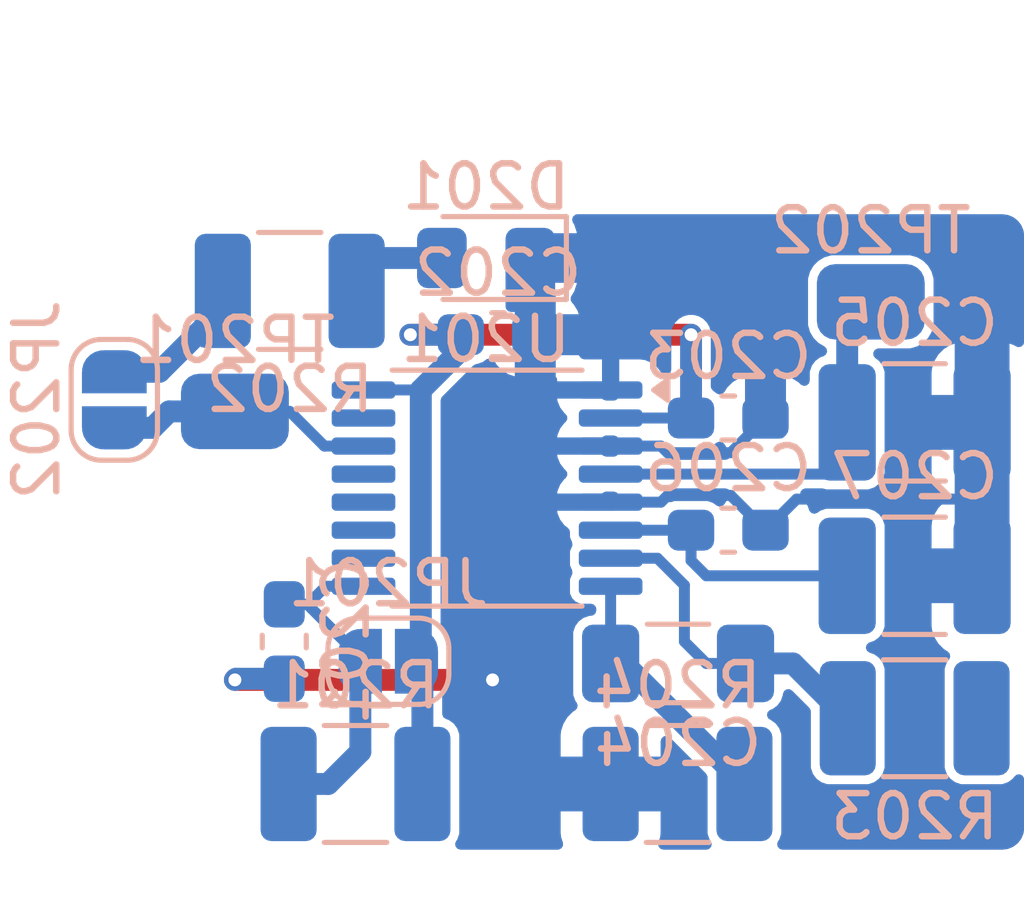
<source format=kicad_pcb>
(kicad_pcb (version 20240108) (generator "pcbnew") (generator_version "8.0")
  (layers (0 "F.Cu" mixed) (31 "B.Cu" mixed) (34 "B.Paste" user) (35 "F.Paste" user) (36 "B.SilkS" user "B.Silkscreen") (37 "F.SilkS" user "F.Silkscreen") (38 "B.Mask" user) (39 "F.Mask" user) (44 "Edge.Cuts" user))
  (net 0 "")
  (net 1 "GND")
  (net 2 "+5VA_adc")
  (net 3 "/AIN_P")
  (net 4 "/SDI")
  (net 5 "/CONVST{slash}~{CS}")
  (net 6 "/SCKL")
  (net 7 "/SDO-0")
  (net 8 "/~{RST}")
  (net 9 "/AIN_GND")
  (net 10 "/REFIO")
  (net 11 "/REFCAP")
  (net 12 "/GPO_LED")
  (net 13 "/GPO_JMP")
  (net 14 "/GPO")
  (net 15 "/AIN_P_int")
  (footprint "pss:C_1206_3216Metric_Pad1.33x1.80mm_HandSolder" (layer "B.Cu") (at 79.609 61.468)
    (property "Reference" "C204" (at 0 1.85 0) (layer "B.SilkS") (effects (justify mirror)))
    (property "Value" "47n")
    (fp_line (start 0.711252 -0.91) (end -0.711252 -0.91) (stroke (width 0.12)) (layer "B.SilkS"))
    (fp_line (start 0.711252 0.91) (end -0.711252 0.91) (stroke (width 0.12)) (layer "B.SilkS"))
    (pad "1" smd roundrect (at -1.5625 0) (size 1.325 1.8) (layers "B.Cu" "B.Paste" "B.Mask") (roundrect_rratio 0.188679) (net 9 "/AIN_GND"))
    (pad "2" smd roundrect (at 1.5625 0) (size 1.325 1.8) (layers "B.Cu" "B.Paste" "B.Mask") (roundrect_rratio 0.188679) (net 15 "/AIN_P_int"))
  )
  (footprint "pss:SolderJumper-2_P1.3mm_Open_RoundedPad1.0x1.5mm" (layer "B.Cu") (at 72.898 61.4172 180)
    (property "Reference" "JP201" (at 0 1.8 180) (layer "B.SilkS") (effects (justify mirror)))
    (property "Value" "SolderJumper_2_Open")
    (fp_line (start 1.4 -0.3) (end 1.4 0.3) (stroke (width 0.12)) (layer "B.SilkS"))
    (fp_line (start 0.7 1) (end -0.7 1) (stroke (width 0.12)) (layer "B.SilkS"))
    (fp_line (start -0.7 -1) (end 0.7 -1) (stroke (width 0.12)) (layer "B.SilkS"))
    (fp_line (start -1.4 0.3) (end -1.4 -0.3) (stroke (width 0.12)) (layer "B.SilkS"))
    (fp_arc (start 1.4 0.3) (mid 1.194975 0.794975) (end 0.7 1) (stroke (width 0.12)) (layer "B.SilkS"))
    (fp_arc (start 0.7 -1) (mid 1.194975 -0.794975) (end 1.4 -0.3) (stroke (width 0.12)) (layer "B.SilkS"))
    (fp_arc (start -0.7 1) (mid -1.194975 0.794975) (end -1.4 0.3) (stroke (width 0.12)) (layer "B.SilkS"))
    (fp_arc (start -1.4 -0.3) (mid -1.194975 -0.794975) (end -0.7 -1) (stroke (width 0.12)) (layer "B.SilkS"))
    (pad "1" smd custom (at -0.65 0 180) (size 1 0.5) (layers "B.Cu" "B.Mask") (net 2 "+5VA_adc") (options (clearance outline) (anchor rect)) (primitives (gr_circle (center 0 -0.25) (end 0.5 -0.25) (width 0) (fill yes)) (gr_circle (center 0 0.25) (end 0.5 0.25) (width 0) (fill yes)) (gr_poly (pts (xy 0.5 -0.75) (xy 0 -0.75) (xy 0 0.75) (xy 0.5 0.75)) (width 0) (fill yes))))
    (pad "2" smd custom (at 0.65 0 180) (size 1 0.5) (layers "B.Cu" "B.Mask") (net 8 "/~{RST}") (options (clearance outline) (anchor rect)) (primitives (gr_circle (center 0 -0.25) (end 0.5 -0.25) (width 0) (fill yes)) (gr_circle (center 0 0.25) (end 0.5 0.25) (width 0) (fill yes)) (gr_poly (pts (xy 0 -0.75) (xy -0.5 -0.75) (xy -0.5 0.75) (xy 0 0.75)) (width 0) (fill yes))))
  )
  (footprint "pss:C_0603_1608Metric_Pad1.08x0.95mm_HandSolder" (layer "B.Cu") (at 75.438 53.848 180)
    (property "Reference" "C202" (at 0 1.43 180) (layer "B.SilkS") (effects (justify mirror)))
    (property "Value" "1u")
    (fp_line (start 0.146267 0.51) (end -0.146267 0.51) (stroke (width 0.12)) (layer "B.SilkS"))
    (fp_line (start 0.146267 -0.51) (end -0.146267 -0.51) (stroke (width 0.12)) (layer "B.SilkS"))
    (pad "1" smd roundrect (at -0.8625 0 180) (size 1.075 0.95) (layers "B.Cu" "B.Paste" "B.Mask") (net 1 "GND"))
    (pad "2" smd roundrect (at 0.8625 0 180) (size 1.075 0.95) (layers "B.Cu" "B.Paste" "B.Mask") (net 2 "+5VA_adc"))
  )
  (footprint "pss:LED_0805_2012Metric_Pad1.15x1.40mm_HandSolder" (layer "B.Cu") (at 75.1615 52.07 180)
    (property "Reference" "D201" (at 0 1.65 180) (layer "B.SilkS") (effects (justify mirror)))
    (property "Value" "LED")
    (fp_line (start 1 -0.96) (end -1.86 -0.96) (stroke (width 0.12)) (layer "B.SilkS"))
    (fp_line (start -1.86 0.96) (end 1 0.96) (stroke (width 0.12)) (layer "B.SilkS"))
    (fp_line (start -1.86 -0.96) (end -1.86 0.96) (stroke (width 0.12)) (layer "B.SilkS"))
    (pad "1" smd roundrect (at -1.025 0 180) (size 1.15 1.4) (layers "B.Cu" "B.Paste" "B.Mask") (roundrect_rratio 0.217391) (net 1 "GND"))
    (pad "2" smd roundrect (at 1.025 0 180) (size 1.15 1.4) (layers "B.Cu" "B.Paste" "B.Mask") (roundrect_rratio 0.217391) (net 12 "/GPO_LED"))
  )
  (footprint "pss:R_1210_3225Metric_Pad1.30x2.65mm_HandSolder" (layer "B.Cu") (at 85.09 62.738)
    (property "Reference" "R203" (at 0 2.28 0) (layer "B.SilkS") (effects (justify mirror)))
    (property "Value" "100")
    (fp_line (start 0.723737 -1.355) (end -0.723737 -1.355) (stroke (width 0.12)) (layer "B.SilkS"))
    (fp_line (start 0.723737 1.355) (end -0.723737 1.355) (stroke (width 0.12)) (layer "B.SilkS"))
    (pad "1" smd roundrect (at -1.55 0) (size 1.3 2.65) (layers "B.Cu" "B.Paste" "B.Mask") (roundrect_rratio 0.192308) (net 15 "/AIN_P_int"))
    (pad "2" smd roundrect (at 1.55 0) (size 1.3 2.65) (layers "B.Cu" "B.Paste" "B.Mask") (roundrect_rratio 0.192308) (net 3 "/AIN_P"))
  )
  (footprint "pss:C_0603_1608Metric_Pad1.08x0.95mm_HandSolder" (layer "B.Cu") (at 80.772 55.779 180)
    (property "Reference" "C203" (at 0 1.43 180) (layer "B.SilkS") (effects (justify mirror)))
    (property "Value" "1u")
    (fp_line (start 0.146267 0.51) (end -0.146267 0.51) (stroke (width 0.12)) (layer "B.SilkS"))
    (fp_line (start 0.146267 -0.51) (end -0.146267 -0.51) (stroke (width 0.12)) (layer "B.SilkS"))
    (pad "1" smd roundrect (at -0.8625 0 180) (size 1.075 0.95) (layers "B.Cu" "B.Paste" "B.Mask") (net 1 "GND"))
    (pad "2" smd roundrect (at 0.8625 0 180) (size 1.075 0.95) (layers "B.Cu" "B.Paste" "B.Mask") (net 2 "+5VA_adc"))
  )
  (footprint "pss:R_1210_3225Metric_Pad1.30x2.65mm_HandSolder" (layer "B.Cu") (at 72.136 64.262 180)
    (property "Reference" "R201" (at 0 2.28 180) (layer "B.SilkS") (effects (justify mirror)))
    (property "Value" "1k")
    (fp_line (start 0.723737 1.355) (end -0.723737 1.355) (stroke (width 0.12)) (layer "B.SilkS"))
    (fp_line (start 0.723737 -1.355) (end -0.723737 -1.355) (stroke (width 0.12)) (layer "B.SilkS"))
    (pad "1" smd roundrect (at -1.55 0 180) (size 1.3 2.65) (layers "B.Cu" "B.Paste" "B.Mask") (roundrect_rratio 0.192308) (net 2 "+5VA_adc"))
    (pad "2" smd roundrect (at 1.55 0 180) (size 1.3 2.65) (layers "B.Cu" "B.Paste" "B.Mask") (roundrect_rratio 0.192308) (net 8 "/~{RST}"))
  )
  (footprint "pss:SolderJumper-2_P1.3mm_Bridged-Soldermask-Paste_RoundedPad1.0x1.5mm" (layer "B.Cu") (at 66.548 55.357 -90)
    (property "Reference" "JP202" (at 0 1.8 90) (layer "B.SilkS") (effects (justify mirror)))
    (property "Value" "SolderJumper_2_Bridged")
    (fp_line (start 0.7 1) (end -0.7 1) (stroke (width 0.12)) (layer "B.SilkS"))
    (fp_line (start -1.4 0.3) (end -1.4 -0.3) (stroke (width 0.12)) (layer "B.SilkS"))
    (fp_line (start 1.4 -0.3) (end 1.4 0.3) (stroke (width 0.12)) (layer "B.SilkS"))
    (fp_line (start -0.7 -1) (end 0.7 -1) (stroke (width 0.12)) (layer "B.SilkS"))
    (fp_arc (start -0.7 1) (mid -1.194975 0.794975) (end -1.4 0.3) (stroke (width 0.12)) (layer "B.SilkS"))
    (fp_arc (start 1.4 0.3) (mid 1.194975 0.794975) (end 0.7 1) (stroke (width 0.12)) (layer "B.SilkS"))
    (fp_arc (start -1.4 -0.3) (mid -1.194975 -0.794975) (end -0.7 -1) (stroke (width 0.12)) (layer "B.SilkS"))
    (fp_arc (start 0.7 -1) (mid 1.194975 -0.794975) (end 1.4 -0.3) (stroke (width 0.12)) (layer "B.SilkS"))
    (pad "1" smd custom (at -0.65 0 270) (size 1 0.5) (layers "B.Cu" "B.Paste" "B.Mask") (net 13 "/GPO_JMP") (options (clearance outline) (anchor rect)) (primitives (gr_circle (center 0 -0.25) (end 0.5 -0.25) (width 0) (fill yes)) (gr_circle (center 0 0.25) (end 0.5 0.25) (width 0) (fill yes)) (gr_poly (pts (xy 0.5 -0.75) (xy 0 -0.75) (xy 0 0.75) (xy 0.5 0.75)) (width 0) (fill yes))))
    (pad "2" smd custom (at 0.65 0 270) (size 1 0.5) (layers "B.Cu" "B.Paste" "B.Mask") (net 14 "/GPO") (options (clearance outline) (anchor rect)) (primitives (gr_circle (center 0 -0.25) (end 0.5 -0.25) (width 0) (fill yes)) (gr_circle (center 0 0.25) (end 0.5 0.25) (width 0) (fill yes)) (gr_poly (pts (xy 0 -0.75) (xy -0.5 -0.75) (xy -0.5 0.75) (xy 0 0.75)) (width 0) (fill yes))))
  )
  (footprint "pss:C_0603_1608Metric_Pad1.08x0.95mm_HandSolder" (layer "B.Cu") (at 70.485 60.96 90)
    (property "Reference" "C201" (at 0 1.43 270) (layer "B.SilkS") (effects (justify mirror)))
    (property "Value" "1u")
    (fp_line (start 0.146267 -0.51) (end -0.146267 -0.51) (stroke (width 0.12)) (layer "B.SilkS"))
    (fp_line (start 0.146267 0.51) (end -0.146267 0.51) (stroke (width 0.12)) (layer "B.SilkS"))
    (pad "1" smd roundrect (at -0.8625 0 90) (size 1.075 0.95) (layers "B.Cu" "B.Paste" "B.Mask") (net 1 "GND"))
    (pad "2" smd roundrect (at 0.8625 0 90) (size 1.075 0.95) (layers "B.Cu" "B.Paste" "B.Mask") (net 8 "/~{RST}"))
  )
  (footprint "pss:TSSOP-16_4.4x5mm_P0.65mm" (layer "B.Cu") (at 75.184 57.404 180)
    (property "Reference" "U201" (at 0.032 3.45 180) (layer "B.SilkS") (effects (justify mirror)))
    (property "Value" "ADS8665IPWR")
    (fp_line (start 2.2 2.735) (end 0 2.735) (stroke (width 0.12)) (layer "B.SilkS"))
    (fp_line (start 2.2 -2.735) (end 0 -2.735) (stroke (width 0.12)) (layer "B.SilkS"))
    (fp_line (start -2.2 2.735) (end 0 2.735) (stroke (width 0.12)) (layer "B.SilkS"))
    (fp_line (start -2.2 -2.735) (end 0 -2.735) (stroke (width 0.12)) (layer "B.SilkS"))
    (fp_poly (pts (xy -3.86 2.275) (xy -4.19 2.515) (xy -4.19 2.035) (xy -3.86 2.275)) (stroke (width 0.12)) (fill solid) (layer "B.SilkS"))
    (pad "1" smd roundrect (at -2.8625 2.275 180) (size 1.475 0.4) (layers "B.Cu" "B.Paste" "B.Mask") (net 1 "GND"))
    (pad "2" smd roundrect (at -2.8625 1.625 180) (size 1.475 0.4) (layers "B.Cu" "B.Paste" "B.Mask") (net 2 "+5VA_adc"))
    (pad "3" smd roundrect (at -2.8625 0.975 180) (size 1.475 0.4) (layers "B.Cu" "B.Paste" "B.Mask") (net 1 "GND"))
    (pad "4" smd roundrect (at -2.8625 0.325 180) (size 1.475 0.4) (layers "B.Cu" "B.Paste" "B.Mask") (net 10 "/REFIO"))
    (pad "5" smd roundrect (at -2.8625 -0.325 180) (size 1.475 0.4) (layers "B.Cu" "B.Paste" "B.Mask") (net 1 "GND"))
    (pad "6" smd roundrect (at -2.8625 -0.975 180) (size 1.475 0.4) (layers "B.Cu" "B.Paste" "B.Mask") (net 11 "/REFCAP"))
    (pad "7" smd roundrect (at -2.8625 -1.625 180) (size 1.475 0.4) (layers "B.Cu" "B.Paste" "B.Mask") (net 15 "/AIN_P_int"))
    (pad "8" smd roundrect (at -2.8625 -2.275 180) (size 1.475 0.4) (layers "B.Cu" "B.Paste" "B.Mask") (net 9 "/AIN_GND"))
    (pad "9" smd roundrect (at 2.8625 -2.275 180) (size 1.475 0.4) (layers "B.Cu" "B.Paste" "B.Mask") (net 8 "/~{RST}"))
    (pad "10" smd roundrect (at 2.8625 -1.625 180) (size 1.475 0.4) (layers "B.Cu" "B.Paste" "B.Mask") (net 4 "/SDI"))
    (pad "11" smd roundrect (at 2.8625 -0.975 180) (size 1.475 0.4) (layers "B.Cu" "B.Paste" "B.Mask") (net 5 "/CONVST{slash}~{CS}"))
    (pad "12" smd roundrect (at 2.8625 -0.325 180) (size 1.475 0.4) (layers "B.Cu" "B.Paste" "B.Mask") (net 6 "/SCKL"))
    (pad "13" smd roundrect (at 2.8625 0.325 180) (size 1.475 0.4) (layers "B.Cu" "B.Paste" "B.Mask") (net 7 "/SDO-0"))
    (pad "14" smd roundrect (at 2.8625 0.975 180) (size 1.475 0.4) (layers "B.Cu" "B.Paste" "B.Mask") (net 14 "/GPO"))
    (pad "15" smd roundrect (at 2.8625 1.625 180) (size 1.475 0.4) (layers "B.Cu" "B.Paste" "B.Mask"))
    (pad "16" smd roundrect (at 2.8625 2.275 180) (size 1.475 0.4) (layers "B.Cu" "B.Paste" "B.Mask") (net 2 "+5VA_adc"))
  )
  (footprint "pss:TP_0805_2012Metric" (layer "B.Cu") (at 69.342 55.626 180)
    (property "Reference" "TP201" (at 0 1.65 180) (layer "B.SilkS") (effects (justify mirror)))
    (property "Value" "~")
    (pad "1" smd roundrect (at 0 0 180) (size 2.5 1.75) (layers "B.Cu" "B.Paste" "B.Mask") (roundrect_rratio 0.243902) (net 14 "/GPO"))
  )
  (footprint "pss:R_1210_3225Metric_Pad1.30x2.65mm_HandSolder" (layer "B.Cu") (at 70.612 52.832)
    (property "Reference" "R202" (at 0 2.28 0) (layer "B.SilkS") (effects (justify mirror)))
    (property "Value" "10k")
    (fp_line (start 0.723737 -1.355) (end -0.723737 -1.355) (stroke (width 0.12)) (layer "B.SilkS"))
    (fp_line (start 0.723737 1.355) (end -0.723737 1.355) (stroke (width 0.12)) (layer "B.SilkS"))
    (pad "1" smd roundrect (at -1.55 0) (size 1.3 2.65) (layers "B.Cu" "B.Paste" "B.Mask") (roundrect_rratio 0.192308) (net 13 "/GPO_JMP"))
    (pad "2" smd roundrect (at 1.55 0) (size 1.3 2.65) (layers "B.Cu" "B.Paste" "B.Mask") (roundrect_rratio 0.192308) (net 12 "/GPO_LED"))
  )
  (footprint "pss:C_1210_3225Metric_Pad1.33x2.70mm_HandSolder" (layer "B.Cu") (at 85.09 59.436 180)
    (property "Reference" "C207" (at 0 2.3 180) (layer "B.SilkS") (effects (justify mirror)))
    (property "Value" "10u")
    (fp_line (start 0.711252 1.36) (end -0.711252 1.36) (stroke (width 0.12)) (layer "B.SilkS"))
    (fp_line (start 0.711252 -1.36) (end -0.711252 -1.36) (stroke (width 0.12)) (layer "B.SilkS"))
    (pad "1" smd roundrect (at -1.5625 0 180) (size 1.325 2.7) (layers "B.Cu" "B.Paste" "B.Mask") (roundrect_rratio 0.188679) (net 1 "GND"))
    (pad "2" smd roundrect (at 1.5625 0 180) (size 1.325 2.7) (layers "B.Cu" "B.Paste" "B.Mask") (roundrect_rratio 0.188679) (net 11 "/REFCAP"))
  )
  (footprint "pss:TP_0805_2012Metric" (layer "B.Cu") (at 84.074 53.086 180)
    (property "Reference" "TP202" (at 0 1.65 180) (layer "B.SilkS") (effects (justify mirror)))
    (property "Value" "~")
    (pad "1" smd roundrect (at 0 0 180) (size 2.5 1.75) (layers "B.Cu" "B.Paste" "B.Mask") (roundrect_rratio 0.243902) (net 10 "/REFIO"))
  )
  (footprint "pss:C_1210_3225Metric_Pad1.33x2.70mm_HandSolder" (layer "B.Cu") (at 85.09 55.88 180)
    (property "Reference" "C205" (at 0 2.3 180) (layer "B.SilkS") (effects (justify mirror)))
    (property "Value" "10u")
    (fp_line (start 0.711252 1.36) (end -0.711252 1.36) (stroke (width 0.12)) (layer "B.SilkS"))
    (fp_line (start 0.711252 -1.36) (end -0.711252 -1.36) (stroke (width 0.12)) (layer "B.SilkS"))
    (pad "1" smd roundrect (at -1.5625 0 180) (size 1.325 2.7) (layers "B.Cu" "B.Paste" "B.Mask") (roundrect_rratio 0.188679) (net 1 "GND"))
    (pad "2" smd roundrect (at 1.5625 0 180) (size 1.325 2.7) (layers "B.Cu" "B.Paste" "B.Mask") (roundrect_rratio 0.188679) (net 10 "/REFIO"))
  )
  (footprint "pss:R_1210_3225Metric_Pad1.30x2.65mm_HandSolder" (layer "B.Cu") (at 79.5965 64.262 180)
    (property "Reference" "R204" (at 0 2.28 180) (layer "B.SilkS") (effects (justify mirror)))
    (property "Value" "100")
    (fp_line (start 0.723737 1.355) (end -0.723737 1.355) (stroke (width 0.12)) (layer "B.SilkS"))
    (fp_line (start 0.723737 -1.355) (end -0.723737 -1.355) (stroke (width 0.12)) (layer "B.SilkS"))
    (pad "1" smd roundrect (at -1.55 0 180) (size 1.3 2.65) (layers "B.Cu" "B.Paste" "B.Mask") (roundrect_rratio 0.192308) (net 9 "/AIN_GND"))
    (pad "2" smd roundrect (at 1.55 0 180) (size 1.3 2.65) (layers "B.Cu" "B.Paste" "B.Mask") (roundrect_rratio 0.192308) (net 1 "GND"))
  )
  (footprint "pss:C_0603_1608Metric_Pad1.08x0.95mm_HandSolder" (layer "B.Cu") (at 80.772 58.379 180)
    (property "Reference" "C206" (at 0 1.43 180) (layer "B.SilkS") (effects (justify mirror)))
    (property "Value" "1u")
    (fp_line (start 0.146267 0.51) (end -0.146267 0.51) (stroke (width 0.12)) (layer "B.SilkS"))
    (fp_line (start 0.146267 -0.51) (end -0.146267 -0.51) (stroke (width 0.12)) (layer "B.SilkS"))
    (pad "1" smd roundrect (at -0.8625 0 180) (size 1.075 0.95) (layers "B.Cu" "B.Paste" "B.Mask") (net 1 "GND"))
    (pad "2" smd roundrect (at 0.8625 0 180) (size 1.075 0.95) (layers "B.Cu" "B.Paste" "B.Mask") (net 11 "/REFCAP"))
  )
  (segment (start 69.342 61.849) (end 75.311 61.849) (width 0.508) (layer "F.Cu") (net 1))
  (via (at 75.311 61.849) (size 0.5) (drill 0.3) (layers "F.Cu" "B.Cu") (net 1))
  (via (at 69.342 61.849) (size 0.5) (drill 0.3) (layers "F.Cu" "B.Cu") (net 1))
  (segment (start 78.0465 64.262) (end 76.454 64.262) (width 0.508) (layer "B.Cu") (net 1))
  (segment (start 78.0465 57.729) (end 79.21257 57.729) (width 0.254) (layer "B.Cu") (net 1))
  (segment (start 76.0465 53.848) (end 76.0465 52.21) (width 0.254) (layer "B.Cu") (net 1))
  (segment (start 78.0465 57.729) (end 76.525 57.729) (width 0.254) (layer "B.Cu") (net 1))
  (segment (start 76.0465 54.4565) (end 76.0465 53.848) (width 0.254) (layer "B.Cu") (net 1))
  (segment (start 79.36777 57.5738) (end 80.8293 57.5738) (width 0.254) (layer "B.Cu") (net 1))
  (segment (start 84.836 57.658) (end 86.614 57.658) (width 0.254) (layer "B.Cu") (net 1))
  (segment (start 76.454 57.658) (end 76.454 56.642) (width 0.508) (layer "B.Cu") (net 1))
  (segment (start 82.3555 57.658) (end 84.836 57.658) (width 0.254) (layer "B.Cu") (net 1))
  (segment (start 80.8293 57.5738) (end 81.6345 58.379) (width 0.254) (layer "B.Cu") (net 1))
  (segment (start 76.454 56.642) (end 76.667 56.429) (width 0.254) (layer "B.Cu") (net 1))
  (segment (start 79.21257 56.429) (end 79.36777 56.5842) (width 0.254) (layer "B.Cu") (net 1))
  (segment (start 79.36777 56.5842) (end 80.8293 56.5842) (width 0.254) (layer "B.Cu") (net 1))
  (segment (start 81.6345 58.379) (end 82.3555 57.658) (width 0.254) (layer "B.Cu") (net 1))
  (segment (start 79.21257 57.729) (end 79.36777 57.5738) (width 0.254) (layer "B.Cu") (net 1))
  (segment (start 76.0465 52.21) (end 76.1865 52.07) (width 0.254) (layer "B.Cu") (net 1))
  (segment (start 78.0465 56.429) (end 79.21257 56.429) (width 0.254) (layer "B.Cu") (net 1))
  (segment (start 76.525 57.729) (end 76.454 57.658) (width 0.254) (layer "B.Cu") (net 1))
  (segment (start 76.667 56.429) (end 78.0465 56.429) (width 0.254) (layer "B.Cu") (net 1))
  (segment (start 80.8293 56.5842) (end 81.6345 55.779) (width 0.254) (layer "B.Cu") (net 1))
  (segment (start 70.485 61.8225) (end 69.3685 61.8225) (width 0.508) (layer "B.Cu") (net 1))
  (segment (start 86.6525 55.88) (end 86.6525 59.436) (width 0.508) (layer "B.Cu") (net 1))
  (segment (start 69.3685 61.8225) (end 69.342 61.849) (width 0.508) (layer "B.Cu") (net 1))
  (segment (start 76.1865 52.07) (end 77.978 52.07) (width 0.508) (layer "B.Cu") (net 1))
  (segment (start 78.0465 55.129) (end 76.719 55.129) (width 0.254) (layer "B.Cu") (net 1))
  (segment (start 76.719 55.129) (end 76.3005 54.7105) (width 0.254) (layer "B.Cu") (net 1))
  (segment (start 76.454 64.262) (end 76.454 57.658) (width 0.508) (layer "B.Cu") (net 1))
  (segment (start 76.0465 54.4565) (end 76.3005 54.7105) (width 0.254) (layer "B.Cu") (net 1))
  (segment (start 73.406 53.848) (end 79.9095 53.848) (width 0.508) (layer "F.Cu") (net 2))
  (via (at 73.406 53.848) (size 0.5) (drill 0.3) (layers "F.Cu" "B.Cu") (net 2))
  (via (at 79.9095 53.848) (size 0.5) (drill 0.3) (layers "F.Cu" "B.Cu") (net 2))
  (segment (start 73.686 61.5552) (end 73.548 61.4172) (width 0.508) (layer "B.Cu") (net 2))
  (segment (start 73.649 55.129) (end 74.5755 54.2025) (width 0.508) (layer "B.Cu") (net 2))
  (segment (start 79.9095 53.848) (end 79.9095 55.779) (width 0.508) (layer "B.Cu") (net 2))
  (segment (start 72.3215 55.129) (end 73.649 55.129) (width 0.254) (layer "B.Cu") (net 2))
  (segment (start 74.5755 54.2025) (end 74.5755 53.848) (width 0.508) (layer "B.Cu") (net 2))
  (segment (start 78.0465 55.779) (end 79.9095 55.779) (width 0.254) (layer "B.Cu") (net 2))
  (segment (start 73.649 55.129) (end 73.649 61.3162) (width 0.508) (layer "B.Cu") (net 2))
  (segment (start 73.649 61.3162) (end 73.548 61.4172) (width 0.508) (layer "B.Cu") (net 2))
  (segment (start 73.686 64.262) (end 73.686 61.5552) (width 0.508) (layer "B.Cu") (net 2))
  (segment (start 74.5755 53.848) (end 73.406 53.848) (width 0.508) (layer "B.Cu") (net 2))
  (segment (start 72.3215 59.679) (end 71.4485 59.679) (width 0.254) (layer "B.Cu") (net 8))
  (segment (start 71.501 64.262) (end 70.586 64.262) (width 0.508) (layer "B.Cu") (net 8))
  (segment (start 71.12 60.071) (end 71.12 60.198) (width 0.254) (layer "B.Cu") (net 8))
  (segment (start 72.248 61.4172) (end 72.248 63.515) (width 0.508) (layer "B.Cu") (net 8))
  (segment (start 72.248 61.4172) (end 72.248 61.326) (width 0.254) (layer "B.Cu") (net 8))
  (segment (start 72.248 63.515) (end 71.501 64.262) (width 0.508) (layer "B.Cu") (net 8))
  (segment (start 71.03 60.0975) (end 70.485 60.0975) (width 0.254) (layer "B.Cu") (net 8))
  (segment (start 71.0195 60.0975) (end 70.485 60.0975) (width 0.254) (layer "B.Cu") (net 8))
  (segment (start 71.4485 59.679) (end 71.03 60.0975) (width 0.254) (layer "B.Cu") (net 8))
  (segment (start 72.248 61.326) (end 71.0195 60.0975) (width 0.254) (layer "B.Cu") (net 8))
  (segment (start 81.1465 64.262) (end 78.3525 61.468) (width 0.508) (layer "B.Cu") (net 9))
  (segment (start 78.0465 59.679) (end 78.0465 61.468) (width 0.254) (layer "B.Cu") (net 9))
  (segment (start 78.3525 61.468) (end 78.0465 61.468) (width 0.254) (layer "B.Cu") (net 9))
  (segment (start 83.5275 53.6325) (end 84.074 53.086) (width 0.508) (layer "B.Cu") (net 10))
  (segment (start 83.5275 55.88) (end 83.5275 53.6325) (width 0.508) (layer "B.Cu") (net 10))
  (segment (start 84.0355 56.642) (end 83.5275 56.134) (width 0.254) (layer "B.Cu") (net 10))
  (segment (start 78.0465 57.079) (end 83.5275 57.079) (width 0.254) (layer "B.Cu") (net 10))
  (segment (start 83.5275 57.079) (end 83.5275 56.134) (width 0.254) (layer "B.Cu") (net 10))
  (segment (start 79.9095 59.0815) (end 80.264 59.436) (width 0.254) (layer "B.Cu") (net 11))
  (segment (start 78.0465 58.379) (end 79.9095 58.379) (width 0.254) (layer "B.Cu") (net 11))
  (segment (start 80.264 59.436) (end 83.5275 59.436) (width 0.254) (layer "B.Cu") (net 11))
  (segment (start 79.9095 58.379) (end 79.9095 59.0815) (width 0.254) (layer "B.Cu") (net 11))
  (segment (start 74.1365 52.07) (end 72.136 52.07) (width 0.508) (layer "B.Cu") (net 12))
  (segment (start 66.548 54.707) (end 67.594 54.707) (width 0.508) (layer "B.Cu") (net 13))
  (segment (start 68.808 53.493) (end 68.808 52.832) (width 0.508) (layer "B.Cu") (net 13))
  (segment (start 67.594 54.707) (end 68.808 53.493) (width 0.508) (layer "B.Cu") (net 13))
  (segment (start 70.612 55.626) (end 71.415 56.429) (width 0.254) (layer "B.Cu") (net 14))
  (segment (start 71.415 56.429) (end 72.3215 56.429) (width 0.254) (layer "B.Cu") (net 14))
  (segment (start 67.818 55.626) (end 69.342 55.626) (width 0.508) (layer "B.Cu") (net 14))
  (segment (start 66.548 56.007) (end 67.437 56.007) (width 0.508) (layer "B.Cu") (net 14))
  (segment (start 67.437 56.007) (end 67.818 55.626) (width 0.508) (layer "B.Cu") (net 14))
  (segment (start 69.342 55.626) (end 70.612 55.626) (width 0.254) (layer "B.Cu") (net 14))
  (segment (start 79.756 59.654234) (end 79.756 60.96) (width 0.254) (layer "B.Cu") (net 15))
  (segment (start 79.756 60.96) (end 80.264 61.468) (width 0.254) (layer "B.Cu") (net 15))
  (segment (start 79.130766 59.029) (end 79.756 59.654234) (width 0.254) (layer "B.Cu") (net 15))
  (segment (start 78.0465 59.029) (end 79.130766 59.029) (width 0.254) (layer "B.Cu") (net 15))
  (segment (start 83.54 62.738) (end 82.27 61.468) (width 0.508) (layer "B.Cu") (net 15))
  (segment (start 82.27 61.468) (end 81.1715 61.468) (width 0.508) (layer "B.Cu") (net 15))
  (segment (start 80.264 61.468) (end 81.1715 61.468) (width 0.254) (layer "B.Cu") (net 15))
  (zone (net 1) (net_name "GND") (layer "B.Cu") (priority 100) (connect_pads (clearance 0)) (min_thickness 0.254) (fill yes (thermal_gap 0.508) (thermal_bridge_width 1.27) (smoothing fillet) (radius 0.508))
    (polygon (pts (xy 87.63 65.786) (xy 87.63 51.054) (xy 73.406 51.054) (xy 73.406 65.786)))
  )
)
</source>
